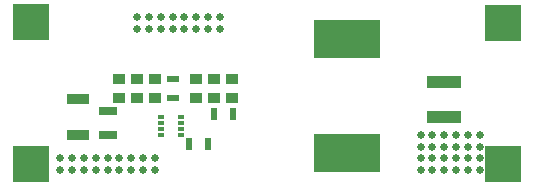
<source format=gts>
G04*
G04 #@! TF.GenerationSoftware,Altium Limited,Altium Designer,23.9.2 (47)*
G04*
G04 Layer_Color=8388736*
%FSLAX25Y25*%
%MOIN*%
G70*
G04*
G04 #@! TF.SameCoordinates,BF07538D-496F-460C-9621-901CF389F750*
G04*
G04*
G04 #@! TF.FilePolarity,Negative*
G04*
G01*
G75*
%ADD22R,0.04000X0.02425*%
%ADD23R,0.02425X0.04000*%
%ADD24R,0.21999X0.12699*%
%ADD25R,0.04236X0.03449*%
%ADD26R,0.11402X0.04315*%
%ADD27R,0.02169X0.01480*%
%ADD28R,0.06087X0.02740*%
%ADD29R,0.07465X0.03528*%
%ADD30R,0.12110X0.12110*%
%ADD31C,0.02661*%
D22*
X47244Y34252D02*
D03*
Y27953D02*
D03*
D23*
X61024Y22835D02*
D03*
X67323D02*
D03*
X59055Y12598D02*
D03*
X52756D02*
D03*
D24*
X105512Y9843D02*
D03*
Y47842D02*
D03*
D25*
X66929Y34252D02*
D03*
Y27953D02*
D03*
X61024Y34252D02*
D03*
Y27953D02*
D03*
X55118Y27953D02*
D03*
Y34252D02*
D03*
X41339D02*
D03*
Y27953D02*
D03*
X35433Y34252D02*
D03*
Y27953D02*
D03*
X29528Y34252D02*
D03*
Y27953D02*
D03*
D26*
X137795Y33268D02*
D03*
Y21850D02*
D03*
D27*
X49905Y21654D02*
D03*
Y19685D02*
D03*
Y17717D02*
D03*
Y15748D02*
D03*
X43307D02*
D03*
Y17717D02*
D03*
Y19685D02*
D03*
Y21654D02*
D03*
D28*
X25591Y15748D02*
D03*
Y23622D02*
D03*
D29*
X15748Y27559D02*
D03*
Y15748D02*
D03*
D30*
X157480Y53150D02*
D03*
Y5906D02*
D03*
X184Y53334D02*
D03*
X0Y5906D02*
D03*
D31*
X9843Y3937D02*
D03*
Y7874D02*
D03*
X13780D02*
D03*
Y3937D02*
D03*
X17717Y7874D02*
D03*
Y3937D02*
D03*
X21654D02*
D03*
Y7874D02*
D03*
X25591D02*
D03*
Y3937D02*
D03*
X29528D02*
D03*
Y7874D02*
D03*
X33465D02*
D03*
X37402D02*
D03*
X41339D02*
D03*
X33465Y3937D02*
D03*
X37402D02*
D03*
X41339D02*
D03*
X59055Y51181D02*
D03*
X62992D02*
D03*
Y55118D02*
D03*
X59055D02*
D03*
X35433Y51181D02*
D03*
X39370D02*
D03*
X43307D02*
D03*
X47244D02*
D03*
X51181D02*
D03*
X55118D02*
D03*
Y55118D02*
D03*
X51181D02*
D03*
X47244D02*
D03*
X43307D02*
D03*
X39370D02*
D03*
X35433D02*
D03*
X149606Y15748D02*
D03*
Y11811D02*
D03*
Y7874D02*
D03*
Y3937D02*
D03*
X145669D02*
D03*
Y7874D02*
D03*
Y11811D02*
D03*
Y15748D02*
D03*
X129921D02*
D03*
X133858D02*
D03*
X137795D02*
D03*
X141732D02*
D03*
Y11811D02*
D03*
Y7874D02*
D03*
Y3937D02*
D03*
X137795Y7874D02*
D03*
Y3937D02*
D03*
Y11811D02*
D03*
X133858D02*
D03*
Y7874D02*
D03*
X129921Y11811D02*
D03*
Y7874D02*
D03*
X133858Y3937D02*
D03*
X129921D02*
D03*
M02*

</source>
